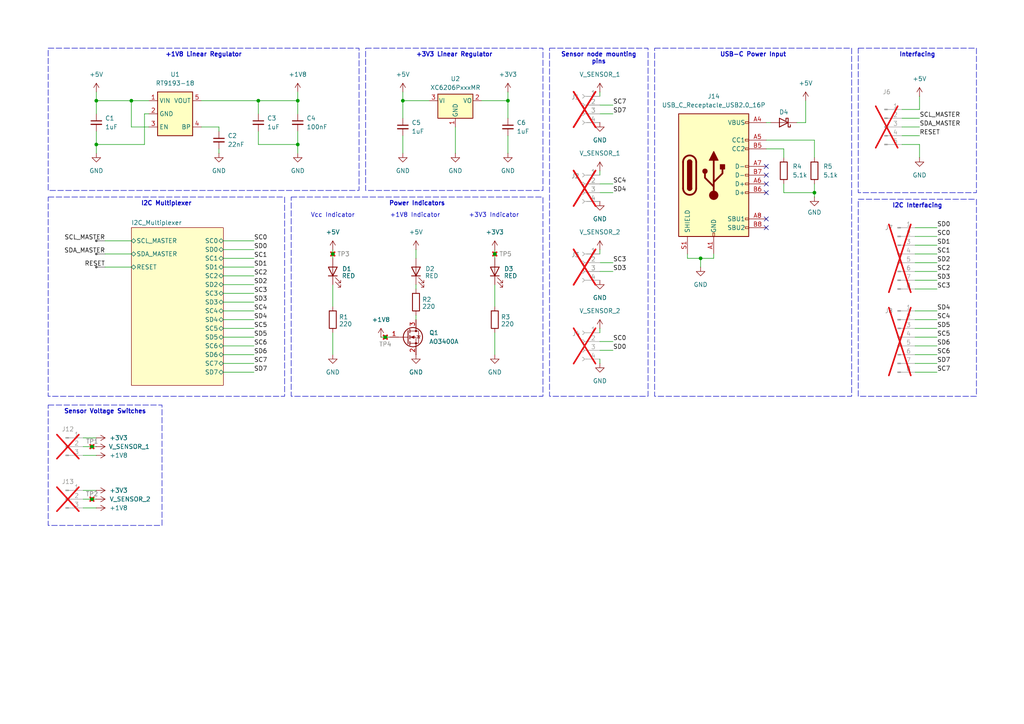
<source format=kicad_sch>
(kicad_sch (version 20231120) (generator "eeschema") (generator_version "8.0")
  (paper "A4")
  (title_block (title "AS7341 Sensor Chain") (date "2024-04-22") (rev "1") (company "University of Cape Town") (comment 1 "Author: Sarah Tallack") (comment 2 "Project: PAR Measurement"))
  (lib_symbols
    (symbol "Connector:Conn_01x03_Pin" (pin_names (offset 1.016) hide)
      (property "Reference" "J" (at 0 5.08 0))
      (property "Value" "Conn_01x03_Pin" (at 0 -5.08 0))
      (symbol "Conn_01x03_Pin_1_1"
        (polyline (pts (xy 1.27 -2.54) (xy 0.8636 -2.54)) (stroke (width 0.1524)))
        (polyline (pts (xy 1.27 0) (xy 0.8636 0)) (stroke (width 0.1524)))
        (polyline (pts (xy 1.27 2.54) (xy 0.8636 2.54)) (stroke (width 0.1524)))
        (rectangle (start 0.8636 -2.413) (end 0 -2.667) (stroke (width 0.1524)) (fill (type outline)))
        (rectangle (start 0.8636 0.127) (end 0 -0.127) (stroke (width 0.1524)) (fill (type outline)))
        (rectangle (start 0.8636 2.667) (end 0 2.413) (stroke (width 0.1524)) (fill (type outline)))
        (pin passive line (at 5.08 2.54 180) (length 3.81) (name "Pin_1") (number "1"))
        (pin passive line (at 5.08 0 180) (length 3.81) (name "Pin_2") (number "2"))
        (pin passive line (at 5.08 -2.54 180) (length 3.81) (name "Pin_3") (number "3"))
      )
    )
    (symbol "Connector:Conn_01x04_Socket" (pin_names (offset 1.016) hide)
      (property "Reference" "J" (at 0 5.08 0))
      (property "Value" "Conn_01x04_Socket" (at 0 -7.62 0))
      (symbol "Conn_01x04_Socket_1_1"
        (arc (start 0 -4.572) (mid -0.5058 -5.08) (end 0 -5.588) (stroke (width 0.1524)))
        (arc (start 0 -2.032) (mid -0.5058 -2.54) (end 0 -3.048) (stroke (width 0.1524)))
        (polyline (pts (xy -1.27 -5.08) (xy -0.508 -5.08)) (stroke (width 0.1524)))
        (polyline (pts (xy -1.27 -2.54) (xy -0.508 -2.54)) (stroke (width 0.1524)))
        (polyline (pts (xy -1.27 0) (xy -0.508 0)) (stroke (width 0.1524)))
        (polyline (pts (xy -1.27 2.54) (xy -0.508 2.54)) (stroke (width 0.1524)))
        (arc (start 0 0.508) (mid -0.5058 0) (end 0 -0.508) (stroke (width 0.1524)))
        (arc (start 0 3.048) (mid -0.5058 2.54) (end 0 2.032) (stroke (width 0.1524)))
        (pin passive line (at -5.08 2.54 0) (length 3.81) (name "Pin_1") (number "1"))
        (pin passive line (at -5.08 0 0) (length 3.81) (name "Pin_2") (number "2"))
        (pin passive line (at -5.08 -2.54 0) (length 3.81) (name "Pin_3") (number "3"))
        (pin passive line (at -5.08 -5.08 0) (length 3.81) (name "Pin_4") (number "4"))
      )
    )
    (symbol "Connector:Conn_01x05_Pin" (pin_names (offset 1.016) hide)
      (property "Reference" "J" (at 0 7.62 0))
      (property "Value" "Conn_01x05_Pin" (at 0 -7.62 0))
      (symbol "Conn_01x05_Pin_1_1"
        (polyline (pts (xy 1.27 -5.08) (xy 0.8636 -5.08)) (stroke (width 0.1524)))
        (polyline (pts (xy 1.27 -2.54) (xy 0.8636 -2.54)) (stroke (width 0.1524)))
        (polyline (pts (xy 1.27 0) (xy 0.8636 0)) (stroke (width 0.1524)))
        (polyline (pts (xy 1.27 2.54) (xy 0.8636 2.54)) (stroke (width 0.1524)))
        (polyline (pts (xy 1.27 5.08) (xy 0.8636 5.08)) (stroke (width 0.1524)))
        (rectangle (start 0.8636 -4.953) (end 0 -5.207) (stroke (width 0.1524)) (fill (type outline)))
        (rectangle (start 0.8636 -2.413) (end 0 -2.667) (stroke (width 0.1524)) (fill (type outline)))
        (rectangle (start 0.8636 0.127) (end 0 -0.127) (stroke (width 0.1524)) (fill (type outline)))
        (rectangle (start 0.8636 2.667) (end 0 2.413) (stroke (width 0.1524)) (fill (type outline)))
        (rectangle (start 0.8636 5.207) (end 0 4.953) (stroke (width 0.1524)) (fill (type outline)))
        (pin passive line (at 5.08 5.08 180) (length 3.81) (name "Pin_1") (number "1"))
        (pin passive line (at 5.08 2.54 180) (length 3.81) (name "Pin_2") (number "2"))
        (pin passive line (at 5.08 0 180) (length 3.81) (name "Pin_3") (number "3"))
        (pin passive line (at 5.08 -2.54 180) (length 3.81) (name "Pin_4") (number "4"))
        (pin passive line (at 5.08 -5.08 180) (length 3.81) (name "Pin_5") (number "5"))
      )
    )
    (symbol "Connector:Conn_01x08_Pin" (pin_names (offset 1.016) hide)
      (property "Reference" "J" (at 0 10.16 0))
      (property "Value" "Conn_01x08_Pin" (at 0 -12.7 0))
      (symbol "Conn_01x08_Pin_1_1"
        (polyline (pts (xy 1.27 -10.16) (xy 0.8636 -10.16)) (stroke (width 0.1524)))
        (polyline (pts (xy 1.27 -7.62) (xy 0.8636 -7.62)) (stroke (width 0.1524)))
        (polyline (pts (xy 1.27 -5.08) (xy 0.8636 -5.08)) (stroke (width 0.1524)))
        (polyline (pts (xy 1.27 -2.54) (xy 0.8636 -2.54)) (stroke (width 0.1524)))
        (polyline (pts (xy 1.27 0) (xy 0.8636 0)) (stroke (width 0.1524)))
        (polyline (pts (xy 1.27 2.54) (xy 0.8636 2.54)) (stroke (width 0.1524)))
        (polyline (pts (xy 1.27 5.08) (xy 0.8636 5.08)) (stroke (width 0.1524)))
        (polyline (pts (xy 1.27 7.62) (xy 0.8636 7.62)) (stroke (width 0.1524)))
        (rectangle (start 0.8636 -10.033) (end 0 -10.287) (stroke (width 0.1524)) (fill (type outline)))
        (rectangle (start 0.8636 -7.493) (end 0 -7.747) (stroke (width 0.1524)) (fill (type outline)))
        (rectangle (start 0.8636 -4.953) (end 0 -5.207) (stroke (width 0.1524)) (fill (type outline)))
        (rectangle (start 0.8636 -2.413) (end 0 -2.667) (stroke (width 0.1524)) (fill (type outline)))
        (rectangle (start 0.8636 0.127) (end 0 -0.127) (stroke (width 0.1524)) (fill (type outline)))
        (rectangle (start 0.8636 2.667) (end 0 2.413) (stroke (width 0.1524)) (fill (type outline)))
        (rectangle (start 0.8636 5.207) (end 0 4.953) (stroke (width 0.1524)) (fill (type outline)))
        (rectangle (start 0.8636 7.747) (end 0 7.493) (stroke (width 0.1524)) (fill (type outline)))
        (pin passive line (at 5.08 7.62 180) (length 3.81) (name "Pin_1") (number "1"))
        (pin passive line (at 5.08 5.08 180) (length 3.81) (name "Pin_2") (number "2"))
        (pin passive line (at 5.08 2.54 180) (length 3.81) (name "Pin_3") (number "3"))
        (pin passive line (at 5.08 0 180) (length 3.81) (name "Pin_4") (number "4"))
        (pin passive line (at 5.08 -2.54 180) (length 3.81) (name "Pin_5") (number "5"))
        (pin passive line (at 5.08 -5.08 180) (length 3.81) (name "Pin_6") (number "6"))
        (pin passive line (at 5.08 -7.62 180) (length 3.81) (name "Pin_7") (number "7"))
        (pin passive line (at 5.08 -10.16 180) (length 3.81) (name "Pin_8") (number "8"))
      )
    )
    (symbol "Connector:TestPoint_Small" (pin_numbers hide) (pin_names (offset 0.762) hide)
      (property "Reference" "TP" (at 0 3.81 0))
      (property "Value" "TestPoint_Small" (at 0 2.032 0))
      (symbol "TestPoint_Small_0_1"
        (circle (center 0 0) (radius 0.508))
      )
      (symbol "TestPoint_Small_1_1"
        (pin passive line (at 0 0 90) (length 0) (name "1") (number "1"))
      )
    )
    (symbol "Connector:USB_C_Receptacle_USB2.0_16P" (pin_names (offset 1.016))
      (property "Reference" "J" (at 0 22.225 0))
      (property "Value" "USB_C_Receptacle_USB2.0_16P" (at 0 19.685 0))
      (symbol "USB_C_Receptacle_USB2.0_16P_0_0"
        (rectangle (start -0.254 -17.78) (end 0.254 -16.764))
        (rectangle (start 10.16 -14.986) (end 9.144 -15.494))
        (rectangle (start 10.16 -12.446) (end 9.144 -12.954))
        (rectangle (start 10.16 -4.826) (end 9.144 -5.334))
        (rectangle (start 10.16 -2.286) (end 9.144 -2.794))
        (rectangle (start 10.16 0.254) (end 9.144 -0.254))
        (rectangle (start 10.16 2.794) (end 9.144 2.286))
        (rectangle (start 10.16 7.874) (end 9.144 7.366))
        (rectangle (start 10.16 10.414) (end 9.144 9.906))
        (rectangle (start 10.16 15.494) (end 9.144 14.986))
      )
      (symbol "USB_C_Receptacle_USB2.0_16P_0_1"
        (rectangle (start -10.16 17.78) (end 10.16 -17.78) (stroke (width 0.254)) (fill (type background)))
        (arc (start -8.89 -3.81) (mid -6.985 -5.7067) (end -5.08 -3.81) (stroke (width 0.508)))
        (arc (start -7.62 -3.81) (mid -6.985 -4.4423) (end -6.35 -3.81) (stroke (width 0.254)))
        (arc (start -7.62 -3.81) (mid -6.985 -4.4423) (end -6.35 -3.81) (stroke (width 0.254)) (fill (type outline)))
        (rectangle (start -7.62 -3.81) (end -6.35 3.81) (stroke (width 0.254)) (fill (type outline)))
        (arc (start -6.35 3.81) (mid -6.985 4.4423) (end -7.62 3.81) (stroke (width 0.254)))
        (arc (start -6.35 3.81) (mid -6.985 4.4423) (end -7.62 3.81) (stroke (width 0.254)) (fill (type outline)))
        (arc (start -5.08 3.81) (mid -6.985 5.7067) (end -8.89 3.81) (stroke (width 0.508)))
        (circle (center -2.54 1.143) (radius 0.635) (stroke (width 0.254)) (fill (type outline)))
        (circle (center 0 -5.842) (radius 1.27) (fill (type outline)))
        (polyline (pts (xy -8.89 -3.81) (xy -8.89 3.81)) (stroke (width 0.508)))
        (polyline (pts (xy -5.08 3.81) (xy -5.08 -3.81)) (stroke (width 0.508)))
        (polyline (pts (xy 0 -5.842) (xy 0 4.318)) (stroke (width 0.508)))
        (polyline (pts (xy 0 -3.302) (xy -2.54 -0.762) (xy -2.54 0.508)) (stroke (width 0.508)))
        (polyline (pts (xy 0 -2.032) (xy 2.54 0.508) (xy 2.54 1.778)) (stroke (width 0.508)))
        (polyline (pts (xy -1.27 4.318) (xy 0 6.858) (xy 1.27 4.318) (xy -1.27 4.318)) (stroke (width 0.254)) (fill (type outline)))
        (rectangle (start 1.905 1.778) (end 3.175 3.048) (stroke (width 0.254)) (fill (type outline)))
      )
      (symbol "USB_C_Receptacle_USB2.0_16P_1_1"
        (pin passive line (at 0 -22.86 90) (length 5.08) (name "GND") (number "A1"))
        (pin passive line (at 0 -22.86 90) (length 5.08) hide (name "GND") (number "A12"))
        (pin passive line (at 15.24 15.24 180) (length 5.08) (name "VBUS") (number "A4"))
        (pin bidirectional line (at 15.24 10.16 180) (length 5.08) (name "CC1") (number "A5"))
        (pin bidirectional line (at 15.24 -2.54 180) (length 5.08) (name "D+") (number "A6"))
        (pin bidirectional line (at 15.24 2.54 180) (length 5.08) (name "D-") (number "A7"))
        (pin bidirectional line (at 15.24 -12.7 180) (length 5.08) (name "SBU1") (number "A8"))
        (pin passive line (at 15.24 15.24 180) (length 5.08) hide (name "VBUS") (number "A9"))
        (pin passive line (at 0 -22.86 90) (length 5.08) hide (name "GND") (number "B1"))
        (pin passive line (at 0 -22.86 90) (length 5.08) hide (name "GND") (number "B12"))
        (pin passive line (at 15.24 15.24 180) (length 5.08) hide (name "VBUS") (number "B4"))
        (pin bidirectional line (at 15.24 7.62 180) (length 5.08) (name "CC2") (number "B5"))
        (pin bidirectional line (at 15.24 -5.08 180) (length 5.08) (name "D+") (number "B6"))
        (pin bidirectional line (at 15.24 0 180) (length 5.08) (name "D-") (number "B7"))
        (pin bidirectional line (at 15.24 -15.24 180) (length 5.08) (name "SBU2") (number "B8"))
        (pin passive line (at 15.24 15.24 180) (length 5.08) hide (name "VBUS") (number "B9"))
        (pin passive line (at -7.62 -22.86 90) (length 5.08) (name "SHIELD") (number "S1"))
      )
    )
    (symbol "Device:C_Small" (pin_numbers hide) (pin_names (offset 0.254) hide)
      (property "Reference" "C" (at 0.254 1.778 0))
      (property "Value" "C_Small" (at 0.254 -2.032 0))
      (symbol "C_Small_0_1"
        (polyline (pts (xy -1.524 -0.508) (xy 1.524 -0.508)) (stroke (width 0.3302)))
        (polyline (pts (xy -1.524 0.508) (xy 1.524 0.508)) (stroke (width 0.3048)))
      )
      (symbol "C_Small_1_1"
        (pin passive line (at 0 2.54 270) (length 2.032) (name "~") (number "1"))
        (pin passive line (at 0 -2.54 90) (length 2.032) (name "~") (number "2"))
      )
    )
    (symbol "Device:D_Schottky" (pin_numbers hide) (pin_names (offset 1.016) hide)
      (property "Reference" "D" (at 0 2.54 0))
      (property "Value" "D_Schottky" (at 0 -2.54 0))
      (symbol "D_Schottky_0_1"
        (polyline (pts (xy 1.27 0) (xy -1.27 0)))
        (polyline (pts (xy 1.27 1.27) (xy 1.27 -1.27) (xy -1.27 0) (xy 1.27 1.27)) (stroke (width 0.254)))
        (polyline (pts (xy -1.905 0.635) (xy -1.905 1.27) (xy -1.27 1.27) (xy -1.27 -1.27) (xy -0.635 -1.27) (xy -0.635 -0.635)) (stroke (width 0.254)))
      )
      (symbol "D_Schottky_1_1"
        (pin passive line (at -3.81 0 0) (length 2.54) (name "K") (number "1"))
        (pin passive line (at 3.81 0 180) (length 2.54) (name "A") (number "2"))
      )
    )
    (symbol "Device:LED" (pin_numbers hide) (pin_names (offset 1.016) hide)
      (property "Reference" "D" (at 0 2.54 0))
      (property "Value" "LED" (at 0 -2.54 0))
      (symbol "LED_0_1"
        (polyline (pts (xy -1.27 -1.27) (xy -1.27 1.27)) (stroke (width 0.254)))
        (polyline (pts (xy -1.27 0) (xy 1.27 0)))
        (polyline (pts (xy 1.27 -1.27) (xy 1.27 1.27) (xy -1.27 0) (xy 1.27 -1.27)) (stroke (width 0.254)))
        (polyline (pts (xy -3.048 -0.762) (xy -4.572 -2.286) (xy -3.81 -2.286) (xy -4.572 -2.286) (xy -4.572 -1.524)))
        (polyline (pts (xy -1.778 -0.762) (xy -3.302 -2.286) (xy -2.54 -2.286) (xy -3.302 -2.286) (xy -3.302 -1.524)))
      )
      (symbol "LED_1_1"
        (pin passive line (at -3.81 0 0) (length 2.54) (name "K") (number "1"))
        (pin passive line (at 3.81 0 180) (length 2.54) (name "A") (number "2"))
      )
    )
    (symbol "Device:R" (pin_numbers hide) (pin_names (offset 0))
      (property "Reference" "R" (at 2.032 0 90))
      (property "Value" "R" (at 0 0 90))
      (symbol "R_0_1"
        (rectangle (start -1.016 -2.54) (end 1.016 2.54) (stroke (width 0.254)))
      )
      (symbol "R_1_1"
        (pin passive line (at 0 3.81 270) (length 1.27) (name "~") (number "1"))
        (pin passive line (at 0 -3.81 90) (length 1.27) (name "~") (number "2"))
      )
    )
    (symbol "Regulator_Linear:XC6206PxxxMR" (pin_names (offset 0.254))
      (property "Reference" "U" (at -3.81 3.175 0))
      (property "Value" "XC6206PxxxMR" (at 0 3.175 0))
      (symbol "XC6206PxxxMR_0_1"
        (rectangle (start -5.08 1.905) (end 5.08 -5.08) (stroke (width 0.254)) (fill (type background)))
      )
      (symbol "XC6206PxxxMR_1_1"
        (pin power_in line (at 0 -7.62 90) (length 2.54) (name "GND") (number "1"))
        (pin power_out line (at 7.62 0 180) (length 2.54) (name "VO") (number "2"))
        (pin power_in line (at -7.62 0 0) (length 2.54) (name "VI") (number "3"))
      )
    )
    (symbol "Sarah_Library:RT9193-18"
      (property "Reference" "U" (at -0.762 6.858 0))
      (property "Value" "RT9193-18" (at 0 -9.398 0))
      (symbol "RT9193-18_0_1"
        (rectangle (start -5.08 5.08) (end 5.08 -7.62) (stroke (width 0.254)) (fill (type background)))
      )
      (symbol "RT9193-18_1_1"
        (pin power_in line (at -7.62 2.54 0) (length 2.54) (name "VIN") (number "1"))
        (pin input line (at -7.62 -1.27 0) (length 2.54) (name "GND") (number "2"))
        (pin input line (at -7.62 -5.08 0) (length 2.54) (name "EN") (number "3"))
        (pin input line (at 7.62 -5.08 180) (length 2.54) (name "BP") (number "4"))
        (pin power_out line (at 7.62 2.54 180) (length 2.54) (name "VOUT") (number "5"))
      )
    )
    (symbol "Transistor_FET:AO3400A" (pin_names hide)
      (property "Reference" "Q" (at 5.08 1.905 0))
      (property "Value" "AO3400A" (at 5.08 0 0))
      (symbol "AO3400A_0_1"
        (polyline (pts (xy 0.254 0) (xy -2.54 0)))
        (polyline (pts (xy 0.254 1.905) (xy 0.254 -1.905)) (stroke (width 0.254)))
        (polyline (pts (xy 0.762 -1.27) (xy 0.762 -2.286)) (stroke (width 0.254)))
        (polyline (pts (xy 0.762 0.508) (xy 0.762 -0.508)) (stroke (width 0.254)))
        (polyline (pts (xy 0.762 2.286) (xy 0.762 1.27)) (stroke (width 0.254)))
        (polyline (pts (xy 2.54 2.54) (xy 2.54 1.778)))
        (polyline (pts (xy 2.54 -2.54) (xy 2.54 0) (xy 0.762 0)))
        (polyline (pts (xy 0.762 -1.778) (xy 3.302 -1.778) (xy 3.302 1.778) (xy 0.762 1.778)))
        (polyline (pts (xy 1.016 0) (xy 2.032 0.381) (xy 2.032 -0.381) (xy 1.016 0)) (fill (type outline)))
        (polyline (pts (xy 2.794 0.508) (xy 2.921 0.381) (xy 3.683 0.381) (xy 3.81 0.254)))
        (polyline (pts (xy 3.302 0.381) (xy 2.921 -0.254) (xy 3.683 -0.254) (xy 3.302 0.381)))
        (circle (center 1.651 0) (radius 2.794) (stroke (width 0.254)))
        (circle (center 2.54 -1.778) (radius 0.254) (fill (type outline)))
        (circle (center 2.54 1.778) (radius 0.254) (fill (type outline)))
      )
      (symbol "AO3400A_1_1"
        (pin input line (at -5.08 0 0) (length 2.54) (name "G") (number "1"))
        (pin passive line (at 2.54 -5.08 90) (length 2.54) (name "S") (number "2"))
        (pin passive line (at 2.54 5.08 270) (length 2.54) (name "D") (number "3"))
      )
    )
    (symbol "power:+1V8" (power) (pin_numbers hide) (pin_names (offset 0) hide)
      (property "Value" "+1V8" (at 0 3.556 0))
      (symbol "+1V8_0_1"
        (polyline (pts (xy -0.762 1.27) (xy 0 2.54)))
        (polyline (pts (xy 0 0) (xy 0 2.54)))
        (polyline (pts (xy 0 2.54) (xy 0.762 1.27)))
      )
      (symbol "+1V8_1_1"
        (pin power_in line (at 0 0 90) (length 0) (name "~") (number "1"))
      )
    )
    (symbol "power:+3V3" (power) (pin_numbers hide) (pin_names (offset 0) hide)
      (property "Value" "+3V3" (at 0 3.556 0))
      (symbol "+3V3_0_1"
        (polyline (pts (xy -0.762 1.27) (xy 0 2.54)))
        (polyline (pts (xy 0 0) (xy 0 2.54)))
        (polyline (pts (xy 0 2.54) (xy 0.762 1.27)))
      )
      (symbol "+3V3_1_1"
        (pin power_in line (at 0 0 90) (length 0) (name "~") (number "1"))
      )
    )
    (symbol "power:+5V" (power) (pin_numbers hide) (pin_names (offset 0) hide)
      (property "Value" "+5V" (at 0 3.556 0))
      (symbol "+5V_0_1"
        (polyline (pts (xy -0.762 1.27) (xy 0 2.54)))
        (polyline (pts (xy 0 0) (xy 0 2.54)))
        (polyline (pts (xy 0 2.54) (xy 0.762 1.27)))
      )
      (symbol "+5V_1_1"
        (pin power_in line (at 0 0 90) (length 0) (name "~") (number "1"))
      )
    )
    (symbol "power:GND" (power) (pin_numbers hide) (pin_names (offset 0) hide)
      (property "Value" "GND" (at 0 -3.81 0))
      (symbol "GND_0_1"
        (polyline (pts (xy 0 0) (xy 0 -1.27) (xy 1.27 -1.27) (xy 0 -2.54) (xy -1.27 -1.27) (xy 0 -1.27)))
      )
      (symbol "GND_1_1"
        (pin power_in line (at 0 0 270) (length 0) (name "~") (number "1"))
      )
    )
  )
  (junction (at 26.67 144.78))
  (junction (at 143.51 73.66))
  (junction (at 203.2 74.93))
  (junction (at 86.36 41.91))
  (junction (at 27.94 29.21))
  (junction (at 27.94 41.91))
  (junction (at 74.93 29.21))
  (junction (at 26.67 129.54))
  (junction (at 38.1 29.21))
  (junction (at 236.22 55.88))
  (junction (at 111.76 97.79))
  (junction (at 86.36 29.21))
  (junction (at 147.32 29.21))
  (junction (at 116.84 29.21))
  (junction (at 96.52 73.66))
  (no_connect (at 222.25 66.04))
  (no_connect (at 222.25 53.34))
  (no_connect (at 222.25 63.5))
  (no_connect (at 222.25 48.26))
  (no_connect (at 222.25 50.8))
  (no_connect (at 222.25 55.88))
  (wire (pts (xy 227.33 55.88) (xy 236.22 55.88)))
  (wire (pts (xy 199.39 73.66) (xy 199.39 74.93)))
  (wire (pts (xy 27.94 132.08) (xy 24.13 132.08)))
  (wire (pts (xy 73.66 107.95) (xy 64.77 107.95)))
  (wire (pts (xy 73.66 69.85) (xy 64.77 69.85)))
  (wire (pts (xy 86.36 41.91) (xy 86.36 38.1)))
  (wire (pts (xy 266.7 27.94) (xy 266.7 31.75)))
  (wire (pts (xy 227.33 45.72) (xy 227.33 43.18)))
  (wire (pts (xy 27.94 29.21) (xy 27.94 33.02)))
  (wire (pts (xy 177.8 55.88) (xy 173.99 55.88)))
  (wire (pts (xy 132.08 36.83) (xy 132.08 44.45)))
  (wire (pts (xy 271.78 90.17) (xy 265.43 90.17)))
  (wire (pts (xy 73.66 105.41) (xy 64.77 105.41)))
  (wire (pts (xy 120.65 72.39) (xy 120.65 74.93)))
  (wire (pts (xy 173.99 26.67) (xy 173.99 27.94)))
  (wire (pts (xy 58.42 29.21) (xy 74.93 29.21)))
  (wire (pts (xy 173.99 49.53) (xy 173.99 50.8)))
  (wire (pts (xy 271.78 78.74) (xy 265.43 78.74)))
  (wire (pts (xy 27.94 41.91) (xy 27.94 44.45)))
  (wire (pts (xy 177.8 99.06) (xy 173.99 99.06)))
  (wire (pts (xy 147.32 29.21) (xy 147.32 34.29)))
  (wire (pts (xy 43.18 36.83) (xy 38.1 36.83)))
  (wire (pts (xy 173.99 72.39) (xy 173.99 73.66)))
  (wire (pts (xy 96.52 88.9) (xy 96.52 82.55)))
  (wire (pts (xy 120.65 83.82) (xy 120.65 82.55)))
  (wire (pts (xy 143.51 96.52) (xy 143.51 102.87)))
  (wire (pts (xy 236.22 40.64) (xy 236.22 45.72)))
  (wire (pts (xy 177.8 33.02) (xy 173.99 33.02)))
  (wire (pts (xy 73.66 72.39) (xy 64.77 72.39)))
  (wire (pts (xy 147.32 26.67) (xy 147.32 29.21)))
  (wire (pts (xy 27.94 38.1) (xy 27.94 41.91)))
  (wire (pts (xy 73.66 87.63) (xy 64.77 87.63)))
  (wire (pts (xy 73.66 82.55) (xy 64.77 82.55)))
  (wire (pts (xy 271.78 100.33) (xy 265.43 100.33)))
  (wire (pts (xy 271.78 66.04) (xy 265.43 66.04)))
  (wire (pts (xy 116.84 26.67) (xy 116.84 29.21)))
  (wire (pts (xy 30.48 69.85) (xy 38.1 69.85)))
  (wire (pts (xy 73.66 77.47) (xy 64.77 77.47)))
  (wire (pts (xy 26.67 129.54) (xy 27.94 129.54)))
  (wire (pts (xy 173.99 105.41) (xy 173.99 104.14)))
  (wire (pts (xy 271.78 105.41) (xy 265.43 105.41)))
  (wire (pts (xy 96.52 73.66) (xy 96.52 74.93)))
  (wire (pts (xy 73.66 95.25) (xy 64.77 95.25)))
  (wire (pts (xy 207.01 74.93) (xy 207.01 73.66)))
  (wire (pts (xy 73.66 102.87) (xy 64.77 102.87)))
  (wire (pts (xy 74.93 41.91) (xy 86.36 41.91)))
  (wire (pts (xy 111.76 97.79) (xy 113.03 97.79)))
  (wire (pts (xy 271.78 76.2) (xy 265.43 76.2)))
  (wire (pts (xy 143.51 73.66) (xy 143.51 74.93)))
  (wire (pts (xy 30.48 77.47) (xy 38.1 77.47)))
  (wire (pts (xy 236.22 57.15) (xy 236.22 55.88)))
  (wire (pts (xy 271.78 92.71) (xy 265.43 92.71)))
  (wire (pts (xy 110.49 97.79) (xy 111.76 97.79)))
  (wire (pts (xy 73.66 100.33) (xy 64.77 100.33)))
  (wire (pts (xy 271.78 97.79) (xy 265.43 97.79)))
  (wire (pts (xy 38.1 29.21) (xy 43.18 29.21)))
  (wire (pts (xy 26.67 144.78) (xy 24.13 144.78)))
  (wire (pts (xy 86.36 26.67) (xy 86.36 29.21)))
  (wire (pts (xy 27.94 144.78) (xy 26.67 144.78)))
  (wire (pts (xy 74.93 29.21) (xy 86.36 29.21)))
  (wire (pts (xy 86.36 29.21) (xy 86.36 33.02)))
  (wire (pts (xy 271.78 71.12) (xy 265.43 71.12)))
  (wire (pts (xy 73.66 97.79) (xy 64.77 97.79)))
  (wire (pts (xy 199.39 74.93) (xy 203.2 74.93)))
  (wire (pts (xy 177.8 30.48) (xy 173.99 30.48)))
  (wire (pts (xy 266.7 34.29) (xy 261.62 34.29)))
  (wire (pts (xy 266.7 41.91) (xy 261.62 41.91)))
  (wire (pts (xy 271.78 95.25) (xy 265.43 95.25)))
  (wire (pts (xy 73.66 74.93) (xy 64.77 74.93)))
  (wire (pts (xy 173.99 95.25) (xy 173.99 96.52)))
  (wire (pts (xy 177.8 78.74) (xy 173.99 78.74)))
  (wire (pts (xy 271.78 107.95) (xy 265.43 107.95)))
  (wire (pts (xy 227.33 53.34) (xy 227.33 55.88)))
  (wire (pts (xy 261.62 39.37) (xy 266.7 39.37)))
  (wire (pts (xy 58.42 36.83) (xy 63.5 36.83)))
  (wire (pts (xy 120.65 91.44) (xy 120.65 92.71)))
  (wire (pts (xy 271.78 81.28) (xy 265.43 81.28)))
  (wire (pts (xy 96.52 72.39) (xy 96.52 73.66)))
  (wire (pts (xy 271.78 68.58) (xy 265.43 68.58)))
  (wire (pts (xy 38.1 73.66) (xy 30.48 73.66)))
  (wire (pts (xy 74.93 29.21) (xy 74.93 33.02)))
  (wire (pts (xy 73.66 90.17) (xy 64.77 90.17)))
  (wire (pts (xy 116.84 29.21) (xy 116.84 34.29)))
  (wire (pts (xy 27.94 142.24) (xy 24.13 142.24)))
  (wire (pts (xy 63.5 36.83) (xy 63.5 38.1)))
  (wire (pts (xy 266.7 31.75) (xy 261.62 31.75)))
  (wire (pts (xy 271.78 102.87) (xy 265.43 102.87)))
  (wire (pts (xy 177.8 101.6) (xy 173.99 101.6)))
  (wire (pts (xy 203.2 74.93) (xy 207.01 74.93)))
  (wire (pts (xy 231.14 35.56) (xy 233.68 35.56)))
  (wire (pts (xy 73.66 85.09) (xy 64.77 85.09)))
  (wire (pts (xy 177.8 53.34) (xy 173.99 53.34)))
  (wire (pts (xy 43.18 33.02) (xy 41.91 33.02)))
  (wire (pts (xy 233.68 35.56) (xy 233.68 29.21)))
  (wire (pts (xy 266.7 36.83) (xy 261.62 36.83)))
  (wire (pts (xy 27.94 26.67) (xy 27.94 29.21)))
  (wire (pts (xy 41.91 33.02) (xy 41.91 41.91)))
  (wire (pts (xy 41.91 41.91) (xy 27.94 41.91)))
  (wire (pts (xy 73.66 92.71) (xy 64.77 92.71)))
  (wire (pts (xy 222.25 40.64) (xy 236.22 40.64)))
  (wire (pts (xy 86.36 41.91) (xy 86.36 44.45)))
  (wire (pts (xy 236.22 53.34) (xy 236.22 55.88)))
  (wire (pts (xy 38.1 36.83) (xy 38.1 29.21)))
  (wire (pts (xy 177.8 76.2) (xy 173.99 76.2)))
  (wire (pts (xy 147.32 44.45) (xy 147.32 39.37)))
  (wire (pts (xy 63.5 43.18) (xy 63.5 44.45)))
  (wire (pts (xy 116.84 44.45) (xy 116.84 39.37)))
  (wire (pts (xy 116.84 29.21) (xy 124.46 29.21)))
  (wire (pts (xy 27.94 29.21) (xy 38.1 29.21)))
  (wire (pts (xy 139.7 29.21) (xy 147.32 29.21)))
  (wire (pts (xy 271.78 73.66) (xy 265.43 73.66)))
  (wire (pts (xy 96.52 96.52) (xy 96.52 102.87)))
  (wire (pts (xy 74.93 38.1) (xy 74.93 41.91)))
  (wire (pts (xy 143.51 73.66) (xy 143.51 72.39)))
  (wire (pts (xy 223.52 35.56) (xy 222.25 35.56)))
  (wire (pts (xy 27.94 147.32) (xy 24.13 147.32)))
  (wire (pts (xy 266.7 41.91) (xy 266.7 45.72)))
  (wire (pts (xy 227.33 43.18) (xy 222.25 43.18)))
  (wire (pts (xy 24.13 129.54) (xy 26.67 129.54)))
  (wire (pts (xy 203.2 74.93) (xy 203.2 77.47)))
  (wire (pts (xy 143.51 88.9) (xy 143.51 82.55)))
  (wire (pts (xy 73.66 80.01) (xy 64.77 80.01)))
  (wire (pts (xy 271.78 83.82) (xy 265.43 83.82)))
  (wire (pts (xy 24.13 127) (xy 27.94 127)))
  (text_box "USB-C Power Input" (at 189.865 13.97 0) (size 57.15 100.965) (stroke (width 0) (type dash)) (effects (font (size 1.27 1.27) (bold yes)) (justify top)))
  (text_box "Sensor Voltage Switches" (at 13.97 117.475 0) (size 33.02 34.925) (stroke (width 0) (type dash)) (effects (font (size 1.27 1.27) (bold yes)) (justify top)))
  (text_box "Sensor node mounting pins" (at 159.385 13.97 0) (size 28.575 100.965) (stroke (width 0) (type dash)) (effects (font (size 1.27 1.27) (bold yes)) (justify top)))
  (text_box "+3V3 Linear Regulator" (at 106.045 13.97 0) (size 51.435 41.275) (stroke (width 0) (type dash)) (effects (font (size 1.27 1.27) (bold yes)) (justify top)))
  (text_box "Power Indicators" (at 84.455 57.15 0) (size 73.025 57.785) (stroke (width 0) (type dash)) (effects (font (size 1.27 1.27) (bold yes)) (justify top)))
  (text_box "I2C Interfacing" (at 248.92 57.785 0) (size 34.29 57.15) (stroke (width 0) (type dash)) (effects (font (size 1.27 1.27) (bold yes)) (justify top)))
  (text_box "I2C Multiplexer" (at 13.97 57.15 0) (size 68.58 57.785) (stroke (width 0) (type dash)) (effects (font (size 1.27 1.27) (bold yes)) (justify top)))
  (text_box "+1V8 Linear Regulator" (at 13.97 13.97 0) (size 90.17 41.275) (stroke (width 0) (type dash)) (effects (font (size 1.27 1.27) (bold yes)) (justify top)))
  (text_box "Interfacing" (at 248.92 13.97 0) (size 34.29 41.91) (stroke (width 0) (type dash)) (effects (font (size 1.27 1.27) (bold yes)) (justify top)))
  (text "+3V3 Indicator" (at 143.256 62.484 0) (effects (font (size 1.27 1.27))))
  (text "+1V8 Indicator" (at 120.396 62.484 0) (effects (font (size 1.27 1.27))))
  (text "Vcc Indicator" (at 96.52 62.484 0) (effects (font (size 1.27 1.27))))
  (label "SC6" (at 271.78 102.87 0))
  (label "SD7" (at 177.8 33.02 0))
  (label "SCL_MASTER" (at 30.48 69.85 180))
  (label "SD6" (at 73.66 102.87 0))
  (label "SC5" (at 73.66 95.25 0))
  (label "SD4" (at 73.66 92.71 0))
  (label "SD7" (at 73.66 107.95 0))
  (label "SC6" (at 73.66 100.33 0))
  (label "SD5" (at 73.66 97.79 0))
  (label "SC4" (at 271.78 92.71 0))
  (label "SC7" (at 177.8 30.48 0))
  (label "SD0" (at 271.78 66.04 0))
  (label "SC1" (at 271.78 73.66 0))
  (label "SC3" (at 73.66 85.09 0))
  (label "SC4" (at 73.66 90.17 0))
  (label "SDA_MASTER" (at 266.7 36.83 0))
  (label "RESET" (at 30.48 77.47 180))
  (label "SD0" (at 177.8 101.6 0))
  (label "SC5" (at 271.78 97.79 0))
  (label "SC0" (at 177.8 99.06 0))
  (label "SC7" (at 271.78 107.95 0))
  (label "SD4" (at 177.8 55.88 0))
  (label "SD1" (at 73.66 77.47 0))
  (label "SC3" (at 271.78 83.82 0))
  (label "SD5" (at 271.78 95.25 0))
  (label "SD3" (at 177.8 78.74 0))
  (label "SCL_MASTER" (at 266.7 34.29 0))
  (label "SC0" (at 73.66 69.85 0))
  (label "SD3" (at 271.78 81.28 0))
  (label "SD0" (at 73.66 72.39 0))
  (label "SD1" (at 271.78 71.12 0))
  (label "SC0" (at 271.78 68.58 0))
  (label "SC4" (at 177.8 53.34 0))
  (label "SDA_MASTER" (at 30.48 73.66 180))
  (label "SC1" (at 73.66 74.93 0))
  (label "SC7" (at 73.66 105.41 0))
  (label "SC2" (at 271.78 78.74 0))
  (label "SC2" (at 73.66 80.01 0))
  (label "SD3" (at 73.66 87.63 0))
  (label "SD4" (at 271.78 90.17 0))
  (label "SC3" (at 177.8 76.2 0))
  (label "SD7" (at 271.78 105.41 0))
  (label "SD2" (at 73.66 82.55 0))
  (label "SD6" (at 271.78 100.33 0))
  (label "RESET" (at 266.7 39.37 0))
  (label "SD2" (at 271.78 76.2 0))
  (netclass_flag "" (length 2.54) (shape dot) (at 30.48 77.47 90) (property "Netclass" "Signal" (effects (hide yes))))
  (netclass_flag "" (length 2.54) (shape dot) (at 30.48 73.66 90) (property "Netclass" "Signal" (effects (hide yes))))
  (netclass_flag "" (length 2.54) (shape dot) (at 30.48 69.85 90) (property "Netclass" "Signal" (effects (hide yes))))
  (symbol (lib_id "power:+5V") (at 27.94 26.67 0) (unit 1)
    (property "Reference" "#PWR01" (effects (hide yes)))
    (property "Value" "+5V" (at 27.94 21.59 0))
    (property "Description" "Power symbol creates a global label with name \"+5V\"" (effects (hide yes)))
  )
  (symbol (lib_id "power:GND") (at 96.52 102.87 0) (unit 1)
    (property "Reference" "#PWR013" (effects (hide yes)))
    (property "Value" "GND" (at 96.52 107.95 0))
    (property "Description" "Power symbol creates a global label with name \"GND\" , ground" (effects (hide yes)))
  )
  (symbol (lib_id "Connector:Conn_01x05_Pin") (at 256.54 36.83 0) (unit 1) (dnp yes)
    (property "Reference" "J6" (at 257.175 26.67 0))
    (property "Value" "Conn_01x05_Pin" (effects (hide yes)))
    (property "Footprint" "Connector_PinHeader_2.54mm:PinHeader_1x05_P2.54mm_Vertical" (effects (hide yes)))
    (property "Description" "Generic connector, single row, 01x05, script generated" (effects (hide yes)))
  )
  (symbol (lib_id "Regulator_Linear:XC6206PxxxMR") (at 132.08 29.21 0) (unit 1)
    (property "Reference" "U2" (at 132.08 22.86 0))
    (property "Value" "XC6206PxxxMR" (at 132.08 25.4 0))
    (property "Footprint" "Package_TO_SOT_SMD:SOT-23-3" (effects (hide yes)))
    (property "Datasheet" "https://www.torexsemi.com/file/xc6206/XC6206.pdf" (effects (hide yes)))
    (property "Description" "Positive 60-250mA Low Dropout Regulator, Fixed Output, SOT-23" (effects (hide yes)))
    (property "LCSC" "C5446" (effects (hide yes)))
  )
  (symbol (lib_id "Connector:Conn_01x03_Pin") (at 19.05 129.54 0) (unit 1) (dnp yes)
    (property "Reference" "J12" (at 19.685 124.46 0))
    (property "Value" "Conn_01x03_Pin" (effects (hide yes)))
    (property "Footprint" "Connector_PinHeader_2.54mm:PinHeader_1x03_P2.54mm_Vertical" (effects (hide yes)))
    (property "Description" "Generic connector, single row, 01x03, script generated" (effects (hide yes)))
  )
  (symbol (lib_id "Device:LED") (at 120.65 78.74 90) (unit 1)
    (property "Reference" "D2" (at 124.714 77.978 90))
    (property "Value" "RED" (at 125.222 80.01 90))
    (property "Footprint" "Diode_SMD:D_0603_1608Metric" (effects (hide yes)))
    (property "Description" "Light emitting diode" (effects (hide yes)))
    (property "LCSC" "C2286" (effects (hide yes)))
  )
  (symbol (lib_id "Device:R") (at 236.22 49.53 180) (unit 1)
    (property "Reference" "R5" (at 238.76 48.2599 0) (effects (justify right)))
    (property "Value" "5.1k" (at 238.76 50.7999 0) (effects (justify right)))
    (property "Footprint" "Resistor_SMD:R_0805_2012Metric" (effects (hide yes)))
    (property "Description" "Resistor" (effects (hide yes)))
    (property "Price" "0.0016" (effects (hide yes)))
    (property "Extended" "0" (effects (hide yes)))
    (property "LCSC" "C27834" (effects (hide yes)))
    (property "Populate" "Yes" (effects (hide yes)))
  )
  (symbol (lib_id "power:+1V8") (at 27.94 129.54 270) (unit 1)
    (property "Reference" "#PWR07" (effects (hide yes)))
    (property "Value" "V_SENSOR_1" (at 31.496 129.54 90) (effects (justify left)))
    (property "Description" "Power symbol creates a global label with name \"+1V8\"" (effects (hide yes)))
  )
  (symbol (lib_id "power:+3V3") (at 27.94 127 270) (mirror x) (unit 1)
    (property "Reference" "#PWR03" (effects (hide yes)))
    (property "Value" "+3V3" (at 31.75 126.9999 90) (effects (justify left)))
    (property "Description" "Power symbol creates a global label with name \"+3V3\"" (effects (hide yes)))
  )
  (symbol (lib_id "Connector:Conn_01x04_Socket") (at 168.91 76.2 0) (mirror y) (unit 1) (dnp yes)
    (property "Reference" "J3" (at 166.878 73.914 0))
    (property "Value" "Conn_01x04_Socket" (effects (hide yes)))
    (property "Footprint" "Connector_PinSocket_2.54mm:PinSocket_1x04_P2.54mm_Vertical" (effects (hide yes)))
    (property "Description" "Generic connector, single row, 01x04, script generated" (effects (hide yes)))
  )
  (symbol (lib_id "power:GND") (at 143.51 102.87 0) (unit 1)
    (property "Reference" "#PWR021" (effects (hide yes)))
    (property "Value" "GND" (at 143.51 107.95 0))
    (property "Description" "Power symbol creates a global label with name \"GND\" , ground" (effects (hide yes)))
  )
  (symbol (lib_id "Connector:Conn_01x08_Pin") (at 260.35 97.79 0) (unit 1) (dnp yes)
    (property "Reference" "J8" (at 257.81 90.17 0))
    (property "Value" "Conn_01x08_Pin" (effects (hide yes)))
    (property "Footprint" "Connector_PinHeader_2.54mm:PinHeader_1x08_P2.54mm_Vertical" (effects (hide yes)))
    (property "Description" "Generic connector, single row, 01x08, script generated" (effects (hide yes)))
  )
  (symbol (lib_id "power:GND") (at 63.5 44.45 0) (unit 1)
    (property "Reference" "#PWR09" (effects (hide yes)))
    (property "Value" "GND" (at 63.5 49.53 0))
    (property "Description" "Power symbol creates a global label with name \"GND\" , ground" (effects (hide yes)))
  )
  (symbol (lib_id "Connector:Conn_01x08_Pin") (at 260.35 73.66 0) (unit 1) (dnp yes)
    (property "Reference" "J7" (at 257.81 66.04 0))
    (property "Value" "Conn_01x08_Pin" (effects (hide yes)))
    (property "Footprint" "Connector_PinHeader_2.54mm:PinHeader_1x08_P2.54mm_Vertical" (effects (hide yes)))
    (property "Description" "Generic connector, single row, 01x08, script generated" (effects (hide yes)))
  )
  (symbol (lib_id "power:GND") (at 27.94 44.45 0) (unit 1)
    (property "Reference" "#PWR02" (effects (hide yes)))
    (property "Value" "GND" (at 27.94 49.53 0))
    (property "Description" "Power symbol creates a global label with name \"GND\" , ground" (effects (hide yes)))
  )
  (symbol (lib_id "power:+3V3") (at 147.32 26.67 0) (unit 1)
    (property "Reference" "#PWR022" (effects (hide yes)))
    (property "Value" "+3V3" (at 147.32 21.59 0))
    (property "Description" "Power symbol creates a global label with name \"+3V3\"" (effects (hide yes)))
  )
  (symbol (lib_id "power:GND") (at 120.65 102.87 0) (unit 1)
    (property "Reference" "#PWR018" (effects (hide yes)))
    (property "Value" "GND" (at 120.65 107.95 0))
    (property "Description" "Power symbol creates a global label with name \"GND\" , ground" (effects (hide yes)))
  )
  (symbol (lib_id "power:+3V3") (at 143.51 72.39 0) (unit 1)
    (property "Reference" "#PWR020" (effects (hide yes)))
    (property "Value" "+3V3" (at 143.51 67.31 0))
    (property "Description" "Power symbol creates a global label with name \"+3V3\"" (effects (hide yes)))
  )
  (symbol (lib_id "power:+1V8") (at 86.36 26.67 0) (unit 1)
    (property "Reference" "#PWR010" (effects (hide yes)))
    (property "Value" "+1V8" (at 86.36 21.59 0))
    (property "Description" "Power symbol creates a global label with name \"+1V8\"" (effects (hide yes)))
  )
  (symbol (lib_id "power:GND") (at 116.84 44.45 0) (unit 1)
    (property "Reference" "#PWR016" (effects (hide yes)))
    (property "Value" "GND" (at 116.84 49.53 0))
    (property "Description" "Power symbol creates a global label with name \"GND\" , ground" (effects (hide yes)))
  )
  (symbol (lib_id "power:+5V") (at 96.52 72.39 0) (unit 1)
    (property "Reference" "#PWR012" (effects (hide yes)))
    (property "Value" "+5V" (at 96.52 67.31 0))
    (property "Description" "Power symbol creates a global label with name \"+5V\"" (effects (hide yes)))
  )
  (symbol (lib_id "Connector:TestPoint_Small") (at 143.51 73.66 0) (unit 1) (dnp yes)
    (property "Reference" "TP5" (at 144.78 73.6599 0) (effects (justify left)))
    (property "Value" "TestPoint_Small" (effects (hide yes)))
    (property "Footprint" "TestPoint:TestPoint_THTPad_D2.0mm_Drill1.0mm" (effects (hide yes)))
    (property "Description" "test point" (effects (hide yes)))
  )
  (symbol (lib_id "power:GND") (at 266.7 45.72 0) (unit 1)
    (property "Reference" "#PWR036" (effects (hide yes)))
    (property "Value" "GND" (at 266.7 50.8 0))
    (property "Description" "Power symbol creates a global label with name \"GND\" , ground" (effects (hide yes)))
  )
  (symbol (lib_id "Device:C_Small") (at 116.84 36.83 0) (unit 1)
    (property "Reference" "C5" (at 119.38 35.5662 0) (effects (justify left)))
    (property "Value" "1uF" (at 119.38 38.1062 0) (effects (justify left)))
    (property "Footprint" "Capacitor_SMD:C_0603_1608Metric" (effects (hide yes)))
    (property "Description" "Unpolarized capacitor, small symbol" (effects (hide yes)))
    (property "LCSC" "C15849" (effects (hide yes)))
  )
  (symbol (lib_id "Device:R") (at 143.51 92.71 0) (mirror y) (unit 1)
    (property "Reference" "R3" (at 145.288 91.948 0) (effects (justify right)))
    (property "Value" "220" (at 145.288 93.98 0) (effects (justify right)))
    (property "Footprint" "Resistor_SMD:R_0603_1608Metric" (effects (hide yes)))
    (property "Description" "Resistor" (effects (hide yes)))
    (property "LCSC" "C22962" (effects (hide yes)))
  )
  (symbol (lib_id "power:+1V8") (at 27.94 144.78 270) (unit 1)
    (property "Reference" "#PWR08" (effects (hide yes)))
    (property "Value" "V_SENSOR_2" (at 31.75 144.7799 90) (effects (justify left)))
    (property "Description" "Power symbol creates a global label with name \"+1V8\"" (effects (hide yes)))
  )
  (symbol (lib_id "Connector:Conn_01x04_Socket") (at 168.91 99.06 0) (mirror y) (unit 1) (dnp yes)
    (property "Reference" "J4" (at 167.132 96.774 0))
    (property "Value" "Conn_01x04_Socket" (effects (hide yes)))
    (property "Footprint" "Connector_PinSocket_2.54mm:PinSocket_1x04_P2.54mm_Vertical" (effects (hide yes)))
    (property "Description" "Generic connector, single row, 01x04, script generated" (effects (hide yes)))
  )
  (symbol (lib_id "power:+1V8") (at 27.94 132.08 270) (mirror x) (unit 1)
    (property "Reference" "#PWR04" (effects (hide yes)))
    (property "Value" "+1V8" (at 31.75 132.0799 90) (effects (justify left)))
    (property "Description" "Power symbol creates a global label with name \"+1V8\"" (effects (hide yes)))
  )
  (symbol (lib_id "Sarah_Library:RT9193-18") (at 50.8 31.75 0) (unit 1)
    (property "Reference" "U1" (at 50.8 21.59 0))
    (property "Value" "RT9193-18" (at 50.8 24.13 0))
    (property "Footprint" "Package_TO_SOT_SMD:SOT-23-5" (effects (hide yes)))
    (property "Datasheet" "https://wmsc.lcsc.com/wmsc/upload/file/pdf/v2/lcsc/1811132113_Richtek-Tech-RT9193-18GB_C27416.pdf" (effects (hide yes)))
    (property "LCSC" "C27416" (effects (hide yes)))
  )
  (symbol (lib_id "power:GND") (at 173.99 105.41 0) (unit 1)
    (property "Reference" "#PWR031" (effects (hide yes)))
    (property "Value" "GND" (at 173.99 110.49 0))
    (property "Description" "Power symbol creates a global label with name \"GND\" , ground" (effects (hide yes)))
  )
  (symbol (lib_id "Device:LED") (at 143.51 78.74 90) (unit 1)
    (property "Reference" "D3" (at 147.574 77.978 90))
    (property "Value" "RED" (at 148.082 80.01 90))
    (property "Footprint" "Diode_SMD:D_0603_1608Metric" (effects (hide yes)))
    (property "Description" "Light emitting diode" (effects (hide yes)))
    (property "LCSC" "C2286" (effects (hide yes)))
  )
  (symbol (lib_id "power:GND") (at 86.36 44.45 0) (unit 1)
    (property "Reference" "#PWR011" (effects (hide yes)))
    (property "Value" "GND" (at 86.36 49.53 0))
    (property "Description" "Power symbol creates a global label with name \"GND\" , ground" (effects (hide yes)))
  )
  (symbol (lib_id "power:+5V") (at 233.68 29.21 0) (unit 1)
    (property "Reference" "#PWR033" (effects (hide yes)))
    (property "Value" "+5V" (at 233.68 24.13 0))
    (property "Description" "Power symbol creates a global label with name \"+5V\"" (effects (hide yes)))
  )
  (symbol (lib_id "Connector:TestPoint_Small") (at 26.67 129.54 0) (unit 1) (dnp yes)
    (property "Reference" "TP1" (at 24.892 128.016 0) (effects (justify left)))
    (property "Value" "TestPoint_Small" (effects (hide yes)))
    (property "Footprint" "TestPoint:TestPoint_THTPad_D2.0mm_Drill1.0mm" (effects (hide yes)))
    (property "Description" "test point" (effects (hide yes)))
  )
  (symbol (lib_id "Device:C_Small") (at 86.36 35.56 0) (unit 1)
    (property "Reference" "C4" (at 88.9 34.2962 0) (effects (justify left)))
    (property "Value" "100nF" (at 88.9 36.8362 0) (effects (justify left)))
    (property "Footprint" "Capacitor_SMD:C_0603_1608Metric" (effects (hide yes)))
    (property "Description" "Unpolarized capacitor, small symbol" (effects (hide yes)))
    (property "LCSC" "C14663" (effects (hide yes)))
  )
  (symbol (lib_id "Connector:Conn_01x03_Pin") (at 19.05 144.78 0) (unit 1) (dnp yes)
    (property "Reference" "J13" (at 19.685 139.7 0))
    (property "Value" "Conn_01x03_Pin" (effects (hide yes)))
    (property "Footprint" "Connector_PinHeader_2.54mm:PinHeader_1x03_P2.54mm_Vertical" (effects (hide yes)))
    (property "Description" "Generic connector, single row, 01x03, script generated" (effects (hide yes)))
  )
  (symbol (lib_id "Device:D_Schottky") (at 227.33 35.56 180) (unit 1)
    (property "Reference" "D4" (at 227.33 32.512 0))
    (property "Value" "D_Schottky" (effects (hide yes)))
    (property "Footprint" "Diode_SMD:D_SMA" (effects (hide yes)))
    (property "Description" "Schottky diode" (effects (hide yes)))
    (property "LCSC" "C2480" (effects (hide yes)))
  )
  (symbol (lib_id "power:+5V") (at 116.84 26.67 0) (unit 1)
    (property "Reference" "#PWR015" (effects (hide yes)))
    (property "Value" "+5V" (at 116.84 21.59 0))
    (property "Description" "Power symbol creates a global label with name \"+5V\"" (effects (hide yes)))
  )
  (symbol (lib_id "Connector:TestPoint_Small") (at 96.52 73.66 0) (unit 1) (dnp yes)
    (property "Reference" "TP3" (at 97.79 73.6599 0) (effects (justify left)))
    (property "Value" "TestPoint_Small" (effects (hide yes)))
    (property "Footprint" "TestPoint:TestPoint_THTPad_D2.0mm_Drill1.0mm" (effects (hide yes)))
    (property "Description" "test point" (effects (hide yes)))
  )
  (symbol (lib_id "power:GND") (at 173.99 81.28 0) (unit 1)
    (property "Reference" "#PWR029" (effects (hide yes)))
    (property "Value" "GND" (at 173.99 86.36 0))
    (property "Description" "Power symbol creates a global label with name \"GND\" , ground" (effects (hide yes)))
  )
  (symbol (lib_id "Device:C_Small") (at 147.32 36.83 0) (unit 1)
    (property "Reference" "C6" (at 149.86 35.5662 0) (effects (justify left)))
    (property "Value" "1uF" (at 149.86 38.1062 0) (effects (justify left)))
    (property "Footprint" "Capacitor_SMD:C_0603_1608Metric" (effects (hide yes)))
    (property "Description" "Unpolarized capacitor, small symbol" (effects (hide yes)))
    (property "LCSC" "C15849" (effects (hide yes)))
  )
  (symbol (lib_id "Device:R") (at 227.33 49.53 180) (unit 1)
    (property "Reference" "R4" (at 229.87 48.2599 0) (effects (justify right)))
    (property "Value" "5.1k" (at 229.87 50.7999 0) (effects (justify right)))
    (property "Footprint" "Resistor_SMD:R_0805_2012Metric" (effects (hide yes)))
    (property "Description" "Resistor" (effects (hide yes)))
    (property "Price" "0.0016" (effects (hide yes)))
    (property "Extended" "0" (effects (hide yes)))
    (property "LCSC" "C27834" (effects (hide yes)))
    (property "Populate" "Yes" (effects (hide yes)))
  )
  (symbol (lib_id "power:+1V8") (at 27.94 147.32 270) (mirror x) (unit 1)
    (property "Reference" "#PWR06" (effects (hide yes)))
    (property "Value" "+1V8" (at 31.75 147.3199 90) (effects (justify left)))
    (property "Description" "Power symbol creates a global label with name \"+1V8\"" (effects (hide yes)))
  )
  (symbol (lib_id "power:+1V8") (at 173.99 95.25 0) (unit 1)
    (property "Reference" "#PWR030" (effects (hide yes)))
    (property "Value" "V_SENSOR_2" (at 173.99 90.17 0))
    (property "Description" "Power symbol creates a global label with name \"+1V8\"" (effects (hide yes)))
  )
  (symbol (lib_id "Connector:TestPoint_Small") (at 111.76 97.79 0) (unit 1) (dnp yes)
    (property "Reference" "TP4" (at 111.76 99.822 0))
    (property "Value" "TestPoint_Small" (effects (hide yes)))
    (property "Footprint" "TestPoint:TestPoint_THTPad_D2.0mm_Drill1.0mm" (effects (hide yes)))
    (property "Description" "test point" (effects (hide yes)))
  )
  (symbol (lib_id "Device:C_Small") (at 63.5 40.64 0) (unit 1)
    (property "Reference" "C2" (at 66.04 39.3762 0) (effects (justify left)))
    (property "Value" "22nF" (at 66.04 41.9162 0) (effects (justify left)))
    (property "Footprint" "Capacitor_SMD:C_0603_1608Metric" (effects (hide yes)))
    (property "Description" "Unpolarized capacitor, small symbol" (effects (hide yes)))
    (property "LCSC" "C21122" (effects (hide yes)))
  )
  (symbol (lib_id "Device:R") (at 120.65 87.63 0) (mirror y) (unit 1)
    (property "Reference" "R2" (at 122.428 86.868 0) (effects (justify right)))
    (property "Value" "220" (at 122.428 88.9 0) (effects (justify right)))
    (property "Footprint" "Resistor_SMD:R_0603_1608Metric" (effects (hide yes)))
    (property "Description" "Resistor" (effects (hide yes)))
    (property "LCSC" "C22962" (effects (hide yes)))
  )
  (symbol (lib_id "Connector:TestPoint_Small") (at 26.67 144.78 0) (unit 1) (dnp yes)
    (property "Reference" "TP2" (at 26.67 143.256 0))
    (property "Value" "TestPoint_Small" (effects (hide yes)))
    (property "Footprint" "TestPoint:TestPoint_THTPad_D2.0mm_Drill1.0mm" (effects (hide yes)))
    (property "Description" "test point" (effects (hide yes)))
  )
  (symbol (lib_id "Transistor_FET:AO3400A") (at 118.11 97.79 0) (unit 1)
    (property "Reference" "Q1" (at 124.46 96.5199 0) (effects (justify left)))
    (property "Value" "AO3400A" (at 124.46 99.0599 0) (effects (justify left)))
    (property "Footprint" "Package_TO_SOT_SMD:SOT-23" (effects (hide yes)))
    (property "Datasheet" "http://www.aosmd.com/pdfs/datasheet/AO3400A.pdf" (effects (hide yes)))
    (property "Description" "30V Vds, 5.7A Id, N-Channel MOSFET, SOT-23" (effects (hide yes)))
    (property "LCSC" "C20917" (effects (hide yes)))
  )
  (symbol (lib_id "power:+1V8") (at 173.99 49.53 0) (unit 1)
    (property "Reference" "#PWR026" (effects (hide yes)))
    (property "Value" "V_SENSOR_1" (at 173.99 44.45 0))
    (property "Description" "Power symbol creates a global label with name \"+1V8\"" (effects (hide yes)))
  )
  (symbol (lib_id "power:+1V8") (at 173.99 26.67 0) (unit 1)
    (property "Reference" "#PWR024" (effects (hide yes)))
    (property "Value" "V_SENSOR_1" (at 173.99 21.59 0))
    (property "Description" "Power symbol creates a global label with name \"+1V8\"" (effects (hide yes)))
  )
  (symbol (lib_id "power:+5V") (at 120.65 72.39 0) (unit 1)
    (property "Reference" "#PWR017" (effects (hide yes)))
    (property "Value" "+5V" (at 120.65 67.31 0))
    (property "Description" "Power symbol creates a global label with name \"+5V\"" (effects (hide yes)))
  )
  (symbol (lib_id "Device:C_Small") (at 74.93 35.56 0) (unit 1)
    (property "Reference" "C3" (at 77.47 34.2962 0) (effects (justify left)))
    (property "Value" "1uF" (at 77.47 36.8362 0) (effects (justify left)))
    (property "Footprint" "Capacitor_SMD:C_0603_1608Metric" (effects (hide yes)))
    (property "Description" "Unpolarized capacitor, small symbol" (effects (hide yes)))
    (property "LCSC" "C15849" (effects (hide yes)))
  )
  (symbol (lib_id "power:+5V") (at 266.7 27.94 0) (unit 1)
    (property "Reference" "#PWR035" (effects (hide yes)))
    (property "Value" "+5V" (at 266.7 22.86 0))
    (property "Description" "Power symbol creates a global label with name \"+5V\"" (effects (hide yes)))
  )
  (symbol (lib_id "power:GND") (at 236.22 57.15 0) (unit 1)
    (property "Reference" "#PWR034" (effects (hide yes)))
    (property "Value" "GND" (at 236.22 61.5934 0))
    (property "Description" "Power symbol creates a global label with name \"GND\" , ground" (effects (hide yes)))
  )
  (symbol (lib_id "Connector:Conn_01x04_Socket") (at 168.91 30.48 0) (mirror y) (unit 1) (dnp yes)
    (property "Reference" "J1" (at 166.878 28.194 0))
    (property "Value" "Conn_01x04_Socket" (effects (hide yes)))
    (property "Footprint" "Connector_PinSocket_2.54mm:PinSocket_1x04_P2.54mm_Vertical" (effects (hide yes)))
    (property "Description" "Generic connector, single row, 01x04, script generated" (effects (hide yes)))
  )
  (symbol (lib_id "power:+3V3") (at 27.94 142.24 270) (mirror x) (unit 1)
    (property "Reference" "#PWR05" (effects (hide yes)))
    (property "Value" "+3V3" (at 31.75 142.2399 90) (effects (justify left)))
    (property "Description" "Power symbol creates a global label with name \"+3V3\"" (effects (hide yes)))
  )
  (symbol (lib_id "Device:R") (at 96.52 92.71 0) (mirror y) (unit 1)
    (property "Reference" "R1" (at 98.298 91.948 0) (effects (justify right)))
    (property "Value" "220" (at 98.298 93.98 0) (effects (justify right)))
    (property "Footprint" "Resistor_SMD:R_0603_1608Metric" (effects (hide yes)))
    (property "Description" "Resistor" (effects (hide yes)))
    (property "LCSC" "C22962" (effects (hide yes)))
  )
  (symbol (lib_id "power:GND") (at 132.08 44.45 0) (unit 1)
    (property "Reference" "#PWR019" (effects (hide yes)))
    (property "Value" "GND" (at 132.08 49.53 0))
    (property "Description" "Power symbol creates a global label with name \"GND\" , ground" (effects (hide yes)))
  )
  (symbol (lib_id "Device:C_Small") (at 27.94 35.56 0) (unit 1)
    (property "Reference" "C1" (at 30.48 34.2962 0) (effects (justify left)))
    (property "Value" "1uF" (at 30.48 36.8362 0) (effects (justify left)))
    (property "Footprint" "Capacitor_SMD:C_0603_1608Metric" (effects (hide yes)))
    (property "Description" "Unpolarized capacitor, small symbol" (effects (hide yes)))
    (property "LCSC" "C15849" (effects (hide yes)))
  )
  (symbol (lib_id "power:+1V8") (at 173.99 72.39 0) (unit 1)
    (property "Reference" "#PWR028" (effects (hide yes)))
    (property "Value" "V_SENSOR_2" (at 173.99 67.31 0))
    (property "Description" "Power symbol creates a global label with name \"+1V8\"" (effects (hide yes)))
  )
  (symbol (lib_id "power:GND") (at 173.99 35.56 0) (unit 1)
    (property "Reference" "#PWR025" (effects (hide yes)))
    (property "Value" "GND" (at 173.99 40.64 0))
    (property "Description" "Power symbol creates a global label with name \"GND\" , ground" (effects (hide yes)))
  )
  (symbol (lib_id "power:GND") (at 203.2 77.47 0) (unit 1)
    (property "Reference" "#PWR032" (effects (hide yes)))
    (property "Value" "GND" (at 203.2 82.55 0))
    (property "Description" "Power symbol creates a global label with name \"GND\" , ground" (effects (hide yes)))
  )
  (symbol (lib_id "power:+1V8") (at 110.49 97.79 0) (unit 1)
    (property "Reference" "#PWR014" (effects (hide yes)))
    (property "Value" "+1V8" (at 110.49 92.71 0))
    (property "Description" "Power symbol creates a global label with name \"+1V8\"" (effects (hide yes)))
  )
  (symbol (lib_id "power:GND") (at 173.99 58.42 0) (unit 1)
    (property "Reference" "#PWR027" (effects (hide yes)))
    (property "Value" "GND" (at 173.99 63.5 0))
    (property "Description" "Power symbol creates a global label with name \"GND\" , ground" (effects (hide yes)))
  )
  (symbol (lib_id "Connector:USB_C_Receptacle_USB2.0_16P") (at 207.01 50.8 0) (unit 1)
    (property "Reference" "J14" (at 207.01 27.94 0))
    (property "Value" "USB_C_Receptacle_USB2.0_16P" (at 207.01 30.48 0))
    (property "Footprint" "Connector_USB:USB_C_Receptacle_GCT_USB4105-xx-A_16P_TopMnt_Horizontal" (effects (hide yes)))
    (property "Datasheet" "https://www.usb.org/sites/default/files/documents/usb_type-c.zip" (effects (hide yes)))
    (property "Description" "USB 2.0-only 16P Type-C Receptacle connector" (effects (hide yes)))
    (property "LCSC" "C2927038" (effects (hide yes)))
  )
  (symbol (lib_id "power:GND") (at 147.32 44.45 0) (unit 1)
    (property "Reference" "#PWR023" (effects (hide yes)))
    (property "Value" "GND" (at 147.32 49.53 0))
    (property "Description" "Power symbol creates a global label with name \"GND\" , ground" (effects (hide yes)))
  )
  (symbol (lib_id "Connector:Conn_01x04_Socket") (at 168.91 53.34 0) (mirror y) (unit 1) (dnp yes)
    (property "Reference" "J2" (at 166.878 51.054 0))
    (property "Value" "Conn_01x04_Socket" (effects (hide yes)))
    (property "Footprint" "Connector_PinSocket_2.54mm:PinSocket_1x04_P2.54mm_Vertical" (effects (hide yes)))
    (property "Description" "Generic connector, single row, 01x04, script generated" (effects (hide yes)))
  )
  (symbol (lib_id "Device:LED") (at 96.52 78.74 90) (unit 1)
    (property "Reference" "D1" (at 100.584 77.978 90))
    (property "Value" "RED" (at 101.092 80.01 90))
    (property "Footprint" "Diode_SMD:D_0603_1608Metric" (effects (hide yes)))
    (property "Description" "Light emitting diode" (effects (hide yes)))
    (property "LCSC" "C2286" (effects (hide yes)))
  )
  (sheet (at 38.1 66.04) (size 26.67 45.72) (stroke (width 0.1524)) (fill (color 255 254 201 1.0000))
    (property "Sheetname" "I2C_Multiplexer" (at 38.1 65.3284 0) (effects (justify left bottom)))
    (property "Sheetfile" "I2C_Multiplexer.kicad_sch" (effects (hide yes)))
    (pin "SCL_MASTER" bidirectional (at 38.1 69.85 180))
    (pin "SDA_MASTER" bidirectional (at 38.1 73.66 180))
    (pin "RESET" bidirectional (at 38.1 77.47 180))
    (pin "SC4" bidirectional (at 64.77 90.17 0))
    (pin "SD3" bidirectional (at 64.77 87.63 0))
    (pin "SD4" bidirectional (at 64.77 92.71 0))
    (pin "SC7" bidirectional (at 64.77 105.41 0))
    (pin "SD6" bidirectional (at 64.77 102.87 0))
    (pin "SD7" bidirectional (at 64.77 107.95 0))
    (pin "SD5" bidirectional (at 64.77 97.79 0))
    (pin "SC5" bidirectional (at 64.77 95.25 0))
    (pin "SC6" bidirectional (at 64.77 100.33 0))
    (pin "SD0" bidirectional (at 64.77 72.39 0))
    (pin "SC0" bidirectional (at 64.77 69.85 0))
    (pin "SC1" bidirectional (at 64.77 74.93 0))
    (pin "SD1" bidirectional (at 64.77 77.47 0))
    (pin "SC2" bidirectional (at 64.77 80.01 0))
    (pin "SD2" bidirectional (at 64.77 82.55 0))
    (pin "SC3" bidirectional (at 64.77 85.09 0))
  )
)
</source>
